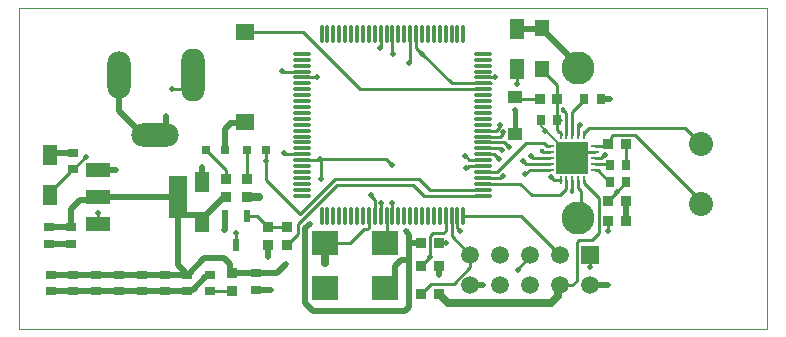
<source format=gtl>
G04*
G04 #@! TF.GenerationSoftware,Altium Limited,Altium Designer,21.0.8 (223)*
G04*
G04 Layer_Physical_Order=1*
G04 Layer_Color=255*
%FSLAX24Y24*%
%MOIN*%
G70*
G04*
G04 #@! TF.SameCoordinates,11726A0C-8756-45C8-9DEF-AB95AD2673E8*
G04*
G04*
G04 #@! TF.FilePolarity,Positive*
G04*
G01*
G75*
%ADD10C,0.0100*%
%ADD16C,0.0060*%
%ADD17C,0.0394*%
%ADD18R,0.0315X0.0354*%
%ADD19R,0.0510X0.0692*%
%ADD20R,0.0472X0.0394*%
%ADD21R,0.0472X0.0551*%
%ADD22R,0.0318X0.0340*%
%ADD23O,0.0110X0.0630*%
%ADD24O,0.0630X0.0110*%
%ADD25R,0.1063X0.1063*%
%ADD26R,0.0110X0.0262*%
%ADD27R,0.0262X0.0110*%
%ADD28R,0.0110X0.0262*%
%ADD29R,0.0866X0.0787*%
%ADD30R,0.0354X0.0315*%
%ADD31R,0.0315X0.0315*%
%ADD32R,0.0591X0.0551*%
%ADD33R,0.0236X0.0421*%
%ADD34R,0.0340X0.0318*%
%ADD35R,0.0800X0.0450*%
%ADD36R,0.0600X0.1400*%
%ADD64C,0.0200*%
%ADD65C,0.0180*%
%ADD66C,0.0010*%
%ADD67C,0.0250*%
%ADD68C,0.0080*%
%ADD69C,0.0800*%
%ADD70R,0.0591X0.0591*%
%ADD71C,0.0591*%
%ADD72C,0.1102*%
%ADD73C,0.0591*%
%ADD74O,0.1575X0.0787*%
%ADD75O,0.0787X0.1575*%
%ADD76O,0.0787X0.1772*%
%ADD77C,0.0200*%
%ADD78C,0.0180*%
%ADD79C,0.0170*%
D10*
X17050Y2425D02*
Y2450D01*
X16625Y1975D02*
Y2000D01*
X17050Y2425D01*
X19100Y2950D02*
X19350Y3200D01*
X18659Y2950D02*
X19100D01*
X19350Y3200D02*
Y4367D01*
X18600Y2891D02*
X18659Y2950D01*
X18600Y1600D02*
Y2891D01*
X18650Y3800D02*
X18750Y3900D01*
Y4600D01*
X18647Y4703D02*
X18750Y4600D01*
X18647Y4703D02*
Y4949D01*
X18844Y4873D02*
X19350Y4367D01*
X15483Y5818D02*
X15832D01*
X18153Y7292D02*
X18253Y7192D01*
X17470Y5902D02*
X17694D01*
X17448Y5923D02*
X17470Y5902D01*
X17694D02*
X17699Y5897D01*
X17074Y5750D02*
X17124Y5700D01*
X17699D01*
X17058Y5750D02*
X17074D01*
X16800Y5600D02*
X16802D01*
X16899Y5503D02*
X17699D01*
X16802Y5600D02*
X16899Y5503D01*
X15832Y5818D02*
X15992Y5658D01*
X19647Y5503D02*
X19700Y5450D01*
X19201Y5503D02*
X19647D01*
X19201D02*
X19206Y5498D01*
X18253Y6451D02*
Y7192D01*
X15484Y6213D02*
X16187D01*
X15481D02*
X15484D01*
X16076Y5950D02*
X16092D01*
X15484Y6017D02*
X16009D01*
X16076Y5950D01*
X19206Y5705D02*
X19414D01*
X19509Y5800D02*
X19525D01*
X19414Y5705D02*
X19509Y5800D01*
X16900Y6200D02*
X17517D01*
X17618Y6099D01*
X15929Y5229D02*
X16900Y6200D01*
X17694Y6099D02*
X17699Y6094D01*
X17618Y6099D02*
X17694D01*
X19201Y5700D02*
X19206Y5705D01*
X17851Y4949D02*
X18056D01*
X17750Y5050D02*
X17750D01*
X17851Y4949D01*
X17039Y5306D02*
X17699D01*
X16882Y5150D02*
X17039Y5306D01*
X16861Y5150D02*
X16882D01*
X14932Y5350D02*
X15009Y5426D01*
X14911Y5350D02*
X14932D01*
X15009Y5426D02*
X15486D01*
X15473Y5624D02*
X15474Y5625D01*
X14893Y5750D02*
X15019Y5624D01*
X14872Y5750D02*
X14893D01*
X15019Y5624D02*
X15473D01*
X15484Y6410D02*
X16039D01*
X16128Y6500D01*
X16150D01*
X15907Y6607D02*
X16035Y6735D01*
Y6785D01*
X16050Y6800D01*
X16044Y5032D02*
X16112Y5100D01*
X15484Y5032D02*
X16044D01*
X16112Y5100D02*
X16150D01*
X14620Y3368D02*
Y3771D01*
Y3368D02*
X14700Y3288D01*
X14618Y3772D02*
X14620Y3771D01*
X14700Y3250D02*
Y3288D01*
X18450Y4582D02*
Y4949D01*
X15484Y6607D02*
X15907D01*
X9300Y3500D02*
X10600Y4800D01*
X13150D01*
X13508Y4442D01*
X12452Y9169D02*
Y9836D01*
X12057Y9432D02*
Y9834D01*
X12029Y9405D02*
X12057Y9432D01*
X12029Y9367D02*
Y9405D01*
X12057Y9834D02*
X12059Y9836D01*
X2643Y3494D02*
Y3843D01*
X2650Y3850D01*
X13711Y4639D02*
X15484D01*
X13350Y5000D02*
X13711Y4639D01*
X10550Y5000D02*
X13350D01*
X9385Y3835D02*
X10550Y5000D01*
X9365Y3835D02*
X9385D01*
X8250Y4950D02*
X9365Y3835D01*
X8250Y4950D02*
Y5600D01*
Y5957D01*
X7245Y3195D02*
X7250Y3200D01*
X7245Y2778D02*
Y3195D01*
X9300Y3156D02*
Y3500D01*
X13508Y4442D02*
X15484D01*
X8961Y2806D02*
X9070Y2914D01*
Y2926D01*
X9300Y3156D01*
X8950Y2806D02*
X8961D01*
X7600Y4407D02*
X7607Y4400D01*
X7619Y3750D02*
X7937D01*
X8289Y3399D02*
X8300D01*
X7937Y3750D02*
X8289Y3399D01*
X8300D02*
X8950D01*
X7600Y5000D02*
X7620Y5020D01*
Y5954D01*
X6900Y5000D02*
Y5300D01*
X6250Y5950D02*
X6900Y5300D01*
X11365Y7985D02*
X15484D01*
X9461Y9889D02*
X11365Y7985D01*
X7550Y9889D02*
X9461D01*
X5473Y8000D02*
X5791Y8318D01*
X5100Y8000D02*
X5473D01*
X5791Y8318D02*
Y8444D01*
X1820Y5313D02*
X2250Y5743D01*
Y5750D01*
X1800Y5313D02*
X1820D01*
X1050Y4563D02*
X1673Y5186D01*
Y5206D01*
X1050Y4472D02*
Y4563D01*
X1673Y5206D02*
X1780Y5313D01*
X1800D01*
X6380Y1251D02*
X7098D01*
X6379Y1250D02*
X6380Y1251D01*
X13000Y8888D02*
X13043Y8931D01*
X11750Y4412D02*
Y4450D01*
X10061Y4989D02*
Y5639D01*
X9421Y8379D02*
X9928D01*
X8765Y8570D02*
X9421D01*
X8850Y5820D02*
X9421D01*
X13240Y9360D02*
X13450Y9150D01*
X11750Y4412D02*
X11862Y4300D01*
X13240Y9360D02*
Y9836D01*
X13000Y8850D02*
Y8888D01*
X10061Y4989D02*
X10071Y4979D01*
X12056Y3775D02*
Y4200D01*
X12250Y5650D02*
X12450Y5450D01*
X15484Y8379D02*
X15879D01*
X9423Y5625D02*
X10025D01*
X10052Y5648D02*
X10061Y5639D01*
X15487Y8179D02*
X15747D01*
X9421Y5623D02*
X9423Y5625D01*
X10025D02*
X10050Y5650D01*
X15484Y6607D02*
X15491Y6600D01*
X10050Y5650D02*
X12250D01*
X13043Y8931D02*
Y9836D01*
X13450Y9150D02*
X14421Y8179D01*
X15487D01*
X15484Y8182D02*
X15487Y8179D01*
X15477Y6218D02*
X15481Y6213D01*
X16187D02*
X16350Y6050D01*
X12450Y3775D02*
Y4200D01*
X11862Y3772D02*
Y4300D01*
X13389Y2850D02*
X13400Y2839D01*
X19950Y4550D02*
Y4579D01*
X20201Y4830D01*
Y4900D01*
X19940Y4550D02*
X19950D01*
X19651Y4261D02*
X19940Y4550D01*
X19601Y4261D02*
X19651D01*
X22200Y6700D02*
X22750Y6150D01*
X19574Y6094D02*
X19751Y6270D01*
Y6391D01*
X19809Y6450D01*
X20550D02*
X22750Y4250D01*
X19809Y6450D02*
X20550D01*
X19201Y6094D02*
X19574D01*
X18844Y6527D02*
X19017Y6700D01*
X22200D01*
X22750Y4150D02*
Y4250D01*
X19650Y3599D02*
X19651Y3600D01*
X19650Y3250D02*
Y3599D01*
X18650Y8700D02*
Y8777D01*
X17450Y9977D02*
Y10016D01*
X17412Y9978D02*
X17450Y10016D01*
X16600Y8150D02*
Y8650D01*
X17450Y8611D02*
Y8650D01*
Y8611D02*
X17950Y8111D01*
Y7650D02*
Y8111D01*
X18050Y6950D02*
Y6970D01*
X17950Y6950D02*
Y7650D01*
X18019Y6564D02*
X18056Y6527D01*
X17950Y6623D02*
Y6950D01*
X18056Y6451D02*
Y6527D01*
X18009Y6564D02*
X18019D01*
X17950Y6623D02*
X18009Y6564D01*
X20251Y5500D02*
Y6143D01*
X20244Y6150D02*
X20251Y6143D01*
X17969Y6181D02*
X18450Y5700D01*
X17969Y6181D02*
Y6181D01*
X18450Y1450D02*
X18600Y1600D01*
X18050Y1450D02*
X18450D01*
X18844Y4873D02*
Y4949D01*
X18050Y2450D02*
X18050D01*
X18647Y6451D02*
Y6747D01*
Y5897D02*
X19201D01*
X18647Y6747D02*
X18700Y6800D01*
X18632Y6466D02*
X18647Y6451D01*
X13407Y2101D02*
X13700Y2394D01*
Y3100D01*
X13407Y2090D02*
Y2101D01*
X13700Y3100D02*
X13800Y3200D01*
X14150D01*
X14224Y3274D01*
Y3772D01*
X11606Y3314D02*
X11665Y3372D01*
X11493Y3314D02*
X11606D01*
X11665Y3372D02*
Y3772D01*
X10200Y2850D02*
X11029D01*
X11493Y3314D01*
X12255Y2905D02*
Y3772D01*
X12200Y2850D02*
X12255Y2905D01*
X19050Y2050D02*
Y2450D01*
X13993Y2850D02*
X14250D01*
X16727Y3772D02*
X18050Y2450D01*
X14814Y3772D02*
X16727D01*
X14421Y3079D02*
Y3772D01*
Y3079D02*
X15050Y2450D01*
Y2050D02*
Y2450D01*
X14500Y1500D02*
X15050Y2050D01*
X13407Y1168D02*
X13536Y1296D01*
X13547D01*
X13751Y1500D02*
X14500D01*
X13407Y1156D02*
Y1168D01*
X13547Y1296D02*
X13751Y1500D01*
X15484Y5229D02*
X15929D01*
X18050Y4450D02*
X18253Y4653D01*
Y4949D01*
X16716Y4836D02*
X17101Y4450D01*
X15484Y4836D02*
X16716D01*
X17101Y4450D02*
X18050D01*
X18848Y3802D02*
X18850Y3800D01*
X18647Y4949D02*
X18648Y4947D01*
X18844Y6451D02*
Y6527D01*
X19292Y5278D02*
X19650Y4920D01*
X19201Y5306D02*
X19277D01*
X19650Y4900D02*
Y4920D01*
X19292Y5278D02*
Y5291D01*
X19277Y5306D02*
X19292Y5291D01*
X16620Y7650D02*
X17457D01*
X16550Y7720D02*
X16620Y7650D01*
X18050Y6950D02*
X18056Y6944D01*
X18450Y7231D02*
X18849Y7630D01*
X18450Y6451D02*
Y7231D01*
X18849Y7630D02*
Y7650D01*
D16*
X19050Y1450D02*
X19050Y1450D01*
D17*
X5791Y7952D02*
Y8936D01*
X4137Y6475D02*
X4925D01*
X3350Y8050D02*
Y8837D01*
D18*
X17399Y6950D02*
D03*
X17950D02*
D03*
X19400Y7650D02*
D03*
X18849D02*
D03*
X19700Y5450D02*
D03*
X20251D02*
D03*
X19700Y4900D02*
D03*
X20251D02*
D03*
D19*
X16600Y9978D02*
D03*
Y8650D02*
D03*
X1050Y5800D02*
D03*
Y4472D02*
D03*
X6100Y4893D02*
D03*
Y3565D02*
D03*
D20*
X16550Y7720D02*
D03*
Y6500D02*
D03*
D21*
X17450Y8650D02*
D03*
Y10016D02*
D03*
D22*
X14000Y2090D02*
D03*
X13407D02*
D03*
Y1156D02*
D03*
X14000D02*
D03*
X13993Y2850D02*
D03*
X13400D02*
D03*
X17357Y7650D02*
D03*
X17950D02*
D03*
X20244Y6150D02*
D03*
X19651D02*
D03*
X20244Y3600D02*
D03*
X19651D02*
D03*
X20244Y4250D02*
D03*
X19651D02*
D03*
D23*
X10090Y3772D02*
D03*
X10287D02*
D03*
X10484D02*
D03*
X10681D02*
D03*
X10877D02*
D03*
X11074D02*
D03*
X11271Y3772D02*
D03*
X11468D02*
D03*
X11665D02*
D03*
X11862D02*
D03*
X12059D02*
D03*
X12255D02*
D03*
X12452D02*
D03*
X12649D02*
D03*
X12846Y3772D02*
D03*
X13043D02*
D03*
X13240D02*
D03*
X13437D02*
D03*
X13633D02*
D03*
X13830Y3772D02*
D03*
X14027D02*
D03*
X14224D02*
D03*
X14421D02*
D03*
X14618D02*
D03*
X14814Y3772D02*
D03*
X14814Y9836D02*
D03*
X14618D02*
D03*
X14421D02*
D03*
X14224D02*
D03*
X14027D02*
D03*
X13830D02*
D03*
X13633D02*
D03*
X13437D02*
D03*
X13240D02*
D03*
X13043D02*
D03*
X12846D02*
D03*
X12649D02*
D03*
X12452D02*
D03*
X12255D02*
D03*
X12059D02*
D03*
X11862D02*
D03*
X11665D02*
D03*
X11468D02*
D03*
X11271D02*
D03*
X11074D02*
D03*
X10877Y9836D02*
D03*
X10681Y9836D02*
D03*
X10484D02*
D03*
X10287D02*
D03*
X10090D02*
D03*
D24*
X15484Y4442D02*
D03*
Y4639D02*
D03*
Y4836D02*
D03*
Y5032D02*
D03*
X15484Y5229D02*
D03*
Y5426D02*
D03*
X15484Y5623D02*
D03*
Y5820D02*
D03*
Y6017D02*
D03*
Y6213D02*
D03*
Y6410D02*
D03*
Y6607D02*
D03*
Y6804D02*
D03*
Y7001D02*
D03*
X15484Y7198D02*
D03*
Y7395D02*
D03*
Y7591D02*
D03*
X15484Y7788D02*
D03*
Y7985D02*
D03*
X15484Y8182D02*
D03*
Y8379D02*
D03*
Y8576D02*
D03*
Y8773D02*
D03*
Y8969D02*
D03*
Y9166D02*
D03*
X9421Y9166D02*
D03*
X9421Y8969D02*
D03*
Y8773D02*
D03*
Y8576D02*
D03*
Y8379D02*
D03*
X9421Y8182D02*
D03*
Y7985D02*
D03*
Y7788D02*
D03*
Y7591D02*
D03*
Y7395D02*
D03*
Y7198D02*
D03*
X9421Y7001D02*
D03*
Y6804D02*
D03*
Y6607D02*
D03*
Y6410D02*
D03*
X9421Y6213D02*
D03*
Y6017D02*
D03*
Y5820D02*
D03*
Y5623D02*
D03*
Y5426D02*
D03*
X9421Y5229D02*
D03*
Y5032D02*
D03*
Y4836D02*
D03*
Y4639D02*
D03*
Y4442D02*
D03*
D25*
X18450Y5700D02*
D03*
D26*
X18056Y6451D02*
D03*
X18253D02*
D03*
X18450D02*
D03*
X18647D02*
D03*
X18844D02*
D03*
D27*
X19201Y6094D02*
D03*
Y5897D02*
D03*
Y5700D02*
D03*
Y5503D02*
D03*
Y5306D02*
D03*
X17699D02*
D03*
Y5503D02*
D03*
Y5700D02*
D03*
Y5897D02*
D03*
Y6094D02*
D03*
D28*
X18844Y4949D02*
D03*
X18647D02*
D03*
X18450D02*
D03*
X18253D02*
D03*
X18056D02*
D03*
D29*
X10200Y2850D02*
D03*
X12200Y1350D02*
D03*
X12200Y2850D02*
D03*
X10200Y1350D02*
D03*
D30*
X1800Y5864D02*
D03*
Y5313D02*
D03*
X1005Y2826D02*
D03*
Y3377D02*
D03*
X1750Y3383D02*
D03*
Y2832D02*
D03*
X2577Y1801D02*
D03*
Y1250D02*
D03*
X4098Y1801D02*
D03*
Y1250D02*
D03*
X3338Y1801D02*
D03*
X3338Y1250D02*
D03*
X1057Y1801D02*
D03*
X1057Y1250D02*
D03*
X1817Y1801D02*
D03*
Y1250D02*
D03*
X4859Y1801D02*
D03*
Y1250D02*
D03*
X5619Y1801D02*
D03*
X5619Y1250D02*
D03*
X7900Y1851D02*
D03*
Y1300D02*
D03*
X6379Y1801D02*
D03*
Y1250D02*
D03*
D31*
X6250Y5950D02*
D03*
X6880Y5953D02*
D03*
X7620Y5954D02*
D03*
X8250Y5957D02*
D03*
D32*
X7550Y6897D02*
D03*
Y9889D02*
D03*
D33*
X7245Y2778D02*
D03*
X6871Y3750D02*
D03*
X7619D02*
D03*
D34*
X6900Y5000D02*
D03*
Y4407D02*
D03*
X8950Y2806D02*
D03*
Y3399D02*
D03*
X8300Y2806D02*
D03*
Y3399D02*
D03*
X7600Y5000D02*
D03*
Y4407D02*
D03*
X7098Y1251D02*
D03*
Y1844D02*
D03*
D35*
X2643Y3494D02*
D03*
Y4400D02*
D03*
Y5306D02*
D03*
D36*
X5300Y4400D02*
D03*
D64*
X6244Y1744D02*
X6322D01*
X5807Y1307D02*
X6244Y1744D01*
X5676Y1307D02*
X5807D01*
X5619Y1250D02*
X5676Y1307D01*
X19050Y1450D02*
X19650D01*
X15050D02*
X15075Y1475D01*
X15475D01*
X7102Y1848D02*
X7896D01*
X7098Y1844D02*
X7102Y1848D01*
X7896D02*
X7900Y1851D01*
X2643Y4400D02*
X5300D01*
X3338Y1801D02*
X5599D01*
X7028Y1903D02*
Y2172D01*
X6850Y2350D02*
X7028Y2172D01*
X7087Y1844D02*
X7098D01*
X7028Y1903D02*
X7087Y1844D01*
X6187Y2350D02*
X6850D01*
X5639Y1801D02*
X6187Y2350D01*
X5619Y1801D02*
X5639D01*
X5300Y4000D02*
Y4400D01*
Y2120D02*
Y4000D01*
X5599Y1801D02*
X5599Y1801D01*
X5542Y1859D02*
X5599Y1801D01*
X5542Y1859D02*
Y1878D01*
X5599Y1801D02*
X5619D01*
X5300Y2120D02*
X5542Y1878D01*
X2643Y5306D02*
X3244D01*
X3250Y5300D01*
X4777Y6623D02*
X4900Y6747D01*
X1050Y5800D02*
X1114Y5864D01*
X1800D01*
X1005Y2826D02*
X1008Y2829D01*
X1747D01*
X1750Y2832D01*
X2543Y4300D02*
X2643Y4400D01*
X2050Y4300D02*
X2543D01*
X1750Y3383D02*
Y4000D01*
X2050Y4300D01*
X1747Y3380D02*
X1750Y3383D01*
X1005Y3377D02*
X1008Y3380D01*
X1747D01*
X2577Y1250D02*
X4859D01*
X1817Y1250D02*
X1817Y1250D01*
X2577D01*
X1057D02*
X1817D01*
X1057Y1250D02*
X1057Y1250D01*
X1817D02*
X1817Y1250D01*
X6322Y1744D02*
X6379Y1801D01*
X1057Y1801D02*
X3338D01*
X4859Y1250D02*
X5619D01*
X5619Y1250D01*
X7900Y1300D02*
X8400D01*
X8601Y1851D02*
X8900Y2150D01*
X7900Y1851D02*
X8601D01*
X8300Y2400D02*
Y2806D01*
X6858Y3308D02*
Y3737D01*
X6871Y3750D01*
X6850Y3300D02*
X6858Y3308D01*
X6100Y4893D02*
Y5400D01*
Y3645D02*
Y3656D01*
Y3565D02*
Y3645D01*
Y3656D02*
X6792Y4348D01*
X6841D01*
X6900Y4407D01*
X5500Y3800D02*
X5945D01*
X5300Y4000D02*
X5500Y3800D01*
X5945D02*
X6100Y3645D01*
X7050Y6839D02*
Y6850D01*
X6880Y5953D02*
Y6669D01*
X7050Y6839D01*
Y6850D02*
X7503D01*
X7550Y6897D01*
X4629Y6475D02*
X4900Y6747D01*
Y7100D01*
X4531Y6475D02*
X4629D01*
X3350Y7263D02*
Y8050D01*
Y7263D02*
X4137Y6475D01*
X13008Y2850D02*
Y3142D01*
Y2308D02*
Y2850D01*
X13389D01*
X17450Y9977D02*
X18650Y8777D01*
X17006Y9978D02*
X17412D01*
X16600D02*
X17006D01*
X20244Y3925D02*
Y4250D01*
Y3600D02*
Y3925D01*
X12900Y3250D02*
X13008Y3142D01*
X20200Y4206D02*
X20244Y4250D01*
X14000Y1800D02*
Y2090D01*
X18450Y5700D02*
X18647Y5897D01*
X19400Y7650D02*
X19700D01*
X9550Y2800D02*
Y3350D01*
Y1850D02*
Y2800D01*
Y850D02*
Y1850D01*
X9675Y725D02*
X9800Y600D01*
X9550Y850D02*
X9675Y725D01*
X12250Y600D02*
X12883D01*
X11450D02*
X12250D01*
X10550D02*
X11450D01*
X9800D02*
X10550D01*
X13000Y2300D02*
X13008Y2308D01*
X13400Y2839D02*
Y2850D01*
X13000Y1300D02*
Y2300D01*
Y717D02*
Y1300D01*
X12544Y2083D02*
X12753Y2292D01*
X12992D01*
X12533Y2083D02*
X12544D01*
X12992Y2292D02*
X13000Y2300D01*
X12883Y600D02*
X13000Y717D01*
X12533Y1644D02*
Y2083D01*
X9550Y3350D02*
X9700Y3500D01*
X12239Y1350D02*
X12533Y1644D01*
X12200Y1350D02*
X12239D01*
D65*
X16550Y6500D02*
Y7300D01*
D66*
X0Y0D02*
X24950D01*
Y10700D01*
X0D02*
X24950D01*
X0Y0D02*
Y10700D01*
D67*
X7607Y4400D02*
X8000D01*
X17754Y850D02*
X17985Y1081D01*
X14000Y1145D02*
Y1156D01*
X17985Y1081D02*
Y1385D01*
X14000Y1145D02*
X14034Y1111D01*
X14306Y850D02*
X17754D01*
X14045Y1111D02*
X14306Y850D01*
X14034Y1111D02*
X14045D01*
X17985Y1385D02*
X18050Y1450D01*
X10200Y2200D02*
Y2850D01*
Y2200D02*
X10200Y2200D01*
D68*
X17399Y6751D02*
X17969Y6181D01*
X17399Y6751D02*
Y6950D01*
D69*
X22750Y4150D02*
D03*
Y6150D02*
D03*
D70*
X19050Y2450D02*
D03*
D71*
X19050Y1450D02*
D03*
X18050Y2450D02*
D03*
Y1450D02*
D03*
X17050Y2450D02*
D03*
Y1450D02*
D03*
X16050Y2450D02*
D03*
X16050Y1450D02*
D03*
X15050Y2450D02*
D03*
Y1450D02*
D03*
X4137Y6475D02*
D03*
X4925D02*
D03*
X3350Y8837D02*
D03*
Y8050D02*
D03*
D72*
X18650Y3700D02*
D03*
Y8700D02*
D03*
D73*
X5791Y7952D02*
D03*
Y8936D02*
D03*
D74*
X4531Y6475D02*
D03*
D75*
X3350Y8444D02*
D03*
D76*
X5791Y8444D02*
D03*
D77*
X16625Y1975D02*
D03*
X19650Y1450D02*
D03*
X15475Y1475D02*
D03*
X17058Y5750D02*
D03*
X15992Y5658D02*
D03*
X16800Y5600D02*
D03*
X19525Y5800D02*
D03*
X16092Y5950D02*
D03*
X16550Y7300D02*
D03*
X16150Y6550D02*
D03*
X17750Y5050D02*
D03*
X16861Y5150D02*
D03*
X14911Y5350D02*
D03*
X14872Y5750D02*
D03*
X16050Y6800D02*
D03*
X16150Y5100D02*
D03*
X14700Y3250D02*
D03*
X12029Y9367D02*
D03*
X2650Y3850D02*
D03*
X8250Y5600D02*
D03*
X7245Y3195D02*
D03*
X8000Y4400D02*
D03*
X5100Y8000D02*
D03*
X3250Y5300D02*
D03*
X1457Y5864D02*
D03*
X2250Y5743D02*
D03*
X1377Y2829D02*
D03*
X3718Y1250D02*
D03*
X2950Y1250D02*
D03*
X2197Y1250D02*
D03*
X1437D02*
D03*
X8400Y1300D02*
D03*
X8900Y2150D02*
D03*
X8300Y2400D02*
D03*
X6850Y3300D02*
D03*
X6100Y5400D02*
D03*
X7050Y6850D02*
D03*
X4900Y7100D02*
D03*
X12450Y5450D02*
D03*
X11750Y4450D02*
D03*
X13000Y8850D02*
D03*
X15879Y8379D02*
D03*
X12450Y4200D02*
D03*
X10050Y5650D02*
D03*
X9928Y8379D02*
D03*
X8850Y5850D02*
D03*
X10071Y4979D02*
D03*
X12470Y9169D02*
D03*
X12056Y4200D02*
D03*
X8765Y8582D02*
D03*
X13450Y9150D02*
D03*
X16350Y6050D02*
D03*
X12900Y3250D02*
D03*
X19950Y4550D02*
D03*
X20244Y3925D02*
D03*
X19650Y3250D02*
D03*
X17900Y9550D02*
D03*
X17006Y9978D02*
D03*
X16600Y8150D02*
D03*
X17550Y6600D02*
D03*
X14000Y1800D02*
D03*
X14306Y850D02*
D03*
X18700Y6800D02*
D03*
X19700Y7650D02*
D03*
X10200Y2200D02*
D03*
X13000Y2300D02*
D03*
Y1300D02*
D03*
X12250Y600D02*
D03*
X11450D02*
D03*
X10550D02*
D03*
X9675Y725D02*
D03*
X9550Y1850D02*
D03*
Y2800D02*
D03*
X9700Y3500D02*
D03*
X12533Y2083D02*
D03*
X13700Y2394D02*
D03*
X14250Y2850D02*
D03*
X19050Y2050D02*
D03*
D78*
X18450Y4582D02*
D03*
X18153Y7292D02*
D03*
D79*
X17448Y5923D02*
D03*
M02*

</source>
